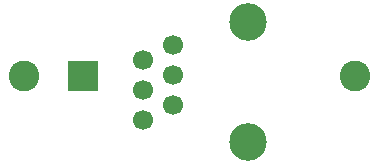
<source format=gbs>
G04 #@! TF.FileFunction,Soldermask,Bot*
%FSLAX46Y46*%
G04 Gerber Fmt 4.6, Leading zero omitted, Abs format (unit mm)*
G04 Created by KiCad (PCBNEW 4.0.7) date 11/21/18 11:04:14*
%MOMM*%
%LPD*%
G01*
G04 APERTURE LIST*
%ADD10C,0.150000*%
%ADD11C,1.700000*%
%ADD12C,3.180000*%
%ADD13C,2.600000*%
%ADD14R,2.499360X2.499360*%
G04 APERTURE END LIST*
D10*
D11*
X148060000Y-103675000D03*
X148060000Y-101135000D03*
X148060000Y-98595000D03*
X150600000Y-99865000D03*
X150600000Y-97325000D03*
X150600000Y-102405000D03*
D12*
X156950000Y-105580000D03*
X156950000Y-95420000D03*
D13*
X138000000Y-100000000D03*
X166000000Y-100000000D03*
D14*
X143000000Y-100000000D03*
M02*

</source>
